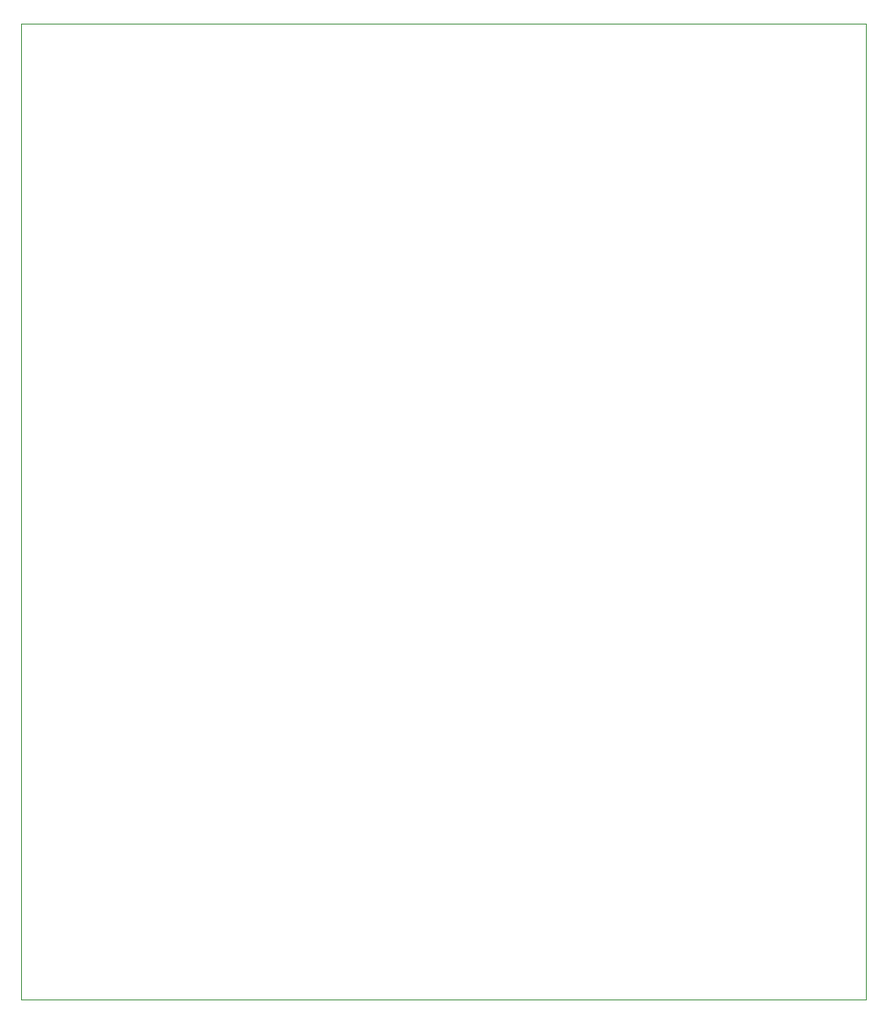
<source format=gtp>
G75*
%MOIN*%
%OFA0B0*%
%FSLAX25Y25*%
%IPPOS*%
%LPD*%
%AMOC8*
5,1,8,0,0,1.08239X$1,22.5*
%
%ADD10C,0.00000*%
D10*
X0001000Y0001000D02*
X0001000Y0385961D01*
X0334701Y0385961D01*
X0334701Y0001000D01*
X0001000Y0001000D01*
M02*

</source>
